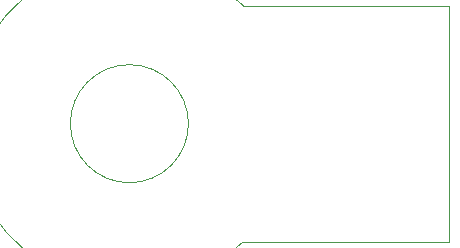
<source format=gm1>
G04 #@! TF.GenerationSoftware,KiCad,Pcbnew,(5.1.8)-1*
G04 #@! TF.CreationDate,2021-07-03T12:15:51-04:00*
G04 #@! TF.ProjectId,K40-LED_PCB,4b34302d-4c45-4445-9f50-43422e6b6963,rev?*
G04 #@! TF.SameCoordinates,Original*
G04 #@! TF.FileFunction,Profile,NP*
%FSLAX46Y46*%
G04 Gerber Fmt 4.6, Leading zero omitted, Abs format (unit mm)*
G04 Created by KiCad (PCBNEW (5.1.8)-1) date 2021-07-03 12:15:51*
%MOMM*%
%LPD*%
G01*
G04 APERTURE LIST*
G04 #@! TA.AperFunction,Profile*
%ADD10C,0.050000*%
G04 #@! TD*
G04 APERTURE END LIST*
D10*
X104080792Y-83000000D02*
X86643011Y-83000000D01*
X104080792Y-63000000D02*
X104080792Y-83000000D01*
X86643011Y-63000000D02*
X104080792Y-63000000D01*
X86643011Y-83000000D02*
G75*
G02*
X86643011Y-63000000I-9643011J10000000D01*
G01*
X82000000Y-73000000D02*
G75*
G03*
X82000000Y-73000000I-5000000J0D01*
G01*
M02*

</source>
